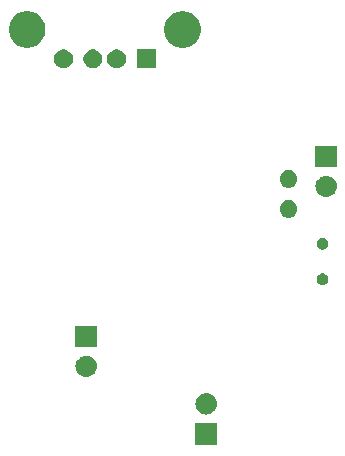
<source format=gbr>
G04 #@! TF.GenerationSoftware,KiCad,Pcbnew,5.0.2-bee76a0~70~ubuntu18.04.1*
G04 #@! TF.CreationDate,2019-03-03T11:08:54+02:00*
G04 #@! TF.ProjectId,1Cell_LiPO_BOOST_converter,3143656c-6c5f-44c6-9950-4f5f424f4f53,B*
G04 #@! TF.SameCoordinates,Original*
G04 #@! TF.FileFunction,Soldermask,Bot*
G04 #@! TF.FilePolarity,Negative*
%FSLAX46Y46*%
G04 Gerber Fmt 4.6, Leading zero omitted, Abs format (unit mm)*
G04 Created by KiCad (PCBNEW 5.0.2-bee76a0~70~ubuntu18.04.1) date 2019 m. kovo 03 d. 11:08:54*
%MOMM*%
%LPD*%
G01*
G04 APERTURE LIST*
%ADD10C,0.100000*%
G04 APERTURE END LIST*
D10*
G36*
X156476000Y-120281000D02*
X154674000Y-120281000D01*
X154674000Y-118479000D01*
X156476000Y-118479000D01*
X156476000Y-120281000D01*
X156476000Y-120281000D01*
G37*
G36*
X155685442Y-115945518D02*
X155751627Y-115952037D01*
X155864853Y-115986384D01*
X155921467Y-116003557D01*
X156060087Y-116077652D01*
X156077991Y-116087222D01*
X156113729Y-116116552D01*
X156215186Y-116199814D01*
X156298448Y-116301271D01*
X156327778Y-116337009D01*
X156327779Y-116337011D01*
X156411443Y-116493533D01*
X156411443Y-116493534D01*
X156462963Y-116663373D01*
X156480359Y-116840000D01*
X156462963Y-117016627D01*
X156428616Y-117129853D01*
X156411443Y-117186467D01*
X156337348Y-117325087D01*
X156327778Y-117342991D01*
X156298448Y-117378729D01*
X156215186Y-117480186D01*
X156113729Y-117563448D01*
X156077991Y-117592778D01*
X156077989Y-117592779D01*
X155921467Y-117676443D01*
X155864853Y-117693616D01*
X155751627Y-117727963D01*
X155685442Y-117734482D01*
X155619260Y-117741000D01*
X155530740Y-117741000D01*
X155464558Y-117734482D01*
X155398373Y-117727963D01*
X155285147Y-117693616D01*
X155228533Y-117676443D01*
X155072011Y-117592779D01*
X155072009Y-117592778D01*
X155036271Y-117563448D01*
X154934814Y-117480186D01*
X154851552Y-117378729D01*
X154822222Y-117342991D01*
X154812652Y-117325087D01*
X154738557Y-117186467D01*
X154721384Y-117129853D01*
X154687037Y-117016627D01*
X154669641Y-116840000D01*
X154687037Y-116663373D01*
X154738557Y-116493534D01*
X154738557Y-116493533D01*
X154822221Y-116337011D01*
X154822222Y-116337009D01*
X154851552Y-116301271D01*
X154934814Y-116199814D01*
X155036271Y-116116552D01*
X155072009Y-116087222D01*
X155089913Y-116077652D01*
X155228533Y-116003557D01*
X155285147Y-115986384D01*
X155398373Y-115952037D01*
X155464558Y-115945518D01*
X155530740Y-115939000D01*
X155619260Y-115939000D01*
X155685442Y-115945518D01*
X155685442Y-115945518D01*
G37*
G36*
X145525442Y-112770518D02*
X145591627Y-112777037D01*
X145704853Y-112811384D01*
X145761467Y-112828557D01*
X145900087Y-112902652D01*
X145917991Y-112912222D01*
X145953729Y-112941552D01*
X146055186Y-113024814D01*
X146138448Y-113126271D01*
X146167778Y-113162009D01*
X146167779Y-113162011D01*
X146251443Y-113318533D01*
X146251443Y-113318534D01*
X146302963Y-113488373D01*
X146320359Y-113665000D01*
X146302963Y-113841627D01*
X146268616Y-113954853D01*
X146251443Y-114011467D01*
X146177348Y-114150087D01*
X146167778Y-114167991D01*
X146138448Y-114203729D01*
X146055186Y-114305186D01*
X145953729Y-114388448D01*
X145917991Y-114417778D01*
X145917989Y-114417779D01*
X145761467Y-114501443D01*
X145704853Y-114518616D01*
X145591627Y-114552963D01*
X145525442Y-114559482D01*
X145459260Y-114566000D01*
X145370740Y-114566000D01*
X145304558Y-114559482D01*
X145238373Y-114552963D01*
X145125147Y-114518616D01*
X145068533Y-114501443D01*
X144912011Y-114417779D01*
X144912009Y-114417778D01*
X144876271Y-114388448D01*
X144774814Y-114305186D01*
X144691552Y-114203729D01*
X144662222Y-114167991D01*
X144652652Y-114150087D01*
X144578557Y-114011467D01*
X144561384Y-113954853D01*
X144527037Y-113841627D01*
X144509641Y-113665000D01*
X144527037Y-113488373D01*
X144578557Y-113318534D01*
X144578557Y-113318533D01*
X144662221Y-113162011D01*
X144662222Y-113162009D01*
X144691552Y-113126271D01*
X144774814Y-113024814D01*
X144876271Y-112941552D01*
X144912009Y-112912222D01*
X144929913Y-112902652D01*
X145068533Y-112828557D01*
X145125147Y-112811384D01*
X145238373Y-112777037D01*
X145304558Y-112770518D01*
X145370740Y-112764000D01*
X145459260Y-112764000D01*
X145525442Y-112770518D01*
X145525442Y-112770518D01*
G37*
G36*
X146316000Y-112026000D02*
X144514000Y-112026000D01*
X144514000Y-110224000D01*
X146316000Y-110224000D01*
X146316000Y-112026000D01*
X146316000Y-112026000D01*
G37*
G36*
X165576136Y-105793253D02*
X165667312Y-105831019D01*
X165749372Y-105885850D01*
X165819150Y-105955628D01*
X165873981Y-106037688D01*
X165911747Y-106128864D01*
X165931000Y-106225656D01*
X165931000Y-106324344D01*
X165911747Y-106421136D01*
X165873981Y-106512312D01*
X165819150Y-106594372D01*
X165749372Y-106664150D01*
X165667312Y-106718981D01*
X165576136Y-106756747D01*
X165479344Y-106776000D01*
X165380656Y-106776000D01*
X165283864Y-106756747D01*
X165192688Y-106718981D01*
X165110628Y-106664150D01*
X165040850Y-106594372D01*
X164986019Y-106512312D01*
X164948253Y-106421136D01*
X164929000Y-106324344D01*
X164929000Y-106225656D01*
X164948253Y-106128864D01*
X164986019Y-106037688D01*
X165040850Y-105955628D01*
X165110628Y-105885850D01*
X165192688Y-105831019D01*
X165283864Y-105793253D01*
X165380656Y-105774000D01*
X165479344Y-105774000D01*
X165576136Y-105793253D01*
X165576136Y-105793253D01*
G37*
G36*
X165576136Y-102793253D02*
X165667312Y-102831019D01*
X165749372Y-102885850D01*
X165819150Y-102955628D01*
X165873981Y-103037688D01*
X165911747Y-103128864D01*
X165931000Y-103225656D01*
X165931000Y-103324344D01*
X165911747Y-103421136D01*
X165873981Y-103512312D01*
X165819150Y-103594372D01*
X165749372Y-103664150D01*
X165667312Y-103718981D01*
X165576136Y-103756747D01*
X165479344Y-103776000D01*
X165380656Y-103776000D01*
X165283864Y-103756747D01*
X165192688Y-103718981D01*
X165110628Y-103664150D01*
X165040850Y-103594372D01*
X164986019Y-103512312D01*
X164948253Y-103421136D01*
X164929000Y-103324344D01*
X164929000Y-103225656D01*
X164948253Y-103128864D01*
X164986019Y-103037688D01*
X165040850Y-102955628D01*
X165110628Y-102885850D01*
X165192688Y-102831019D01*
X165283864Y-102793253D01*
X165380656Y-102774000D01*
X165479344Y-102774000D01*
X165576136Y-102793253D01*
X165576136Y-102793253D01*
G37*
G36*
X162692004Y-99590544D02*
X162779059Y-99607860D01*
X162915732Y-99664472D01*
X162915733Y-99664473D01*
X163038738Y-99746662D01*
X163143338Y-99851262D01*
X163143340Y-99851265D01*
X163225528Y-99974268D01*
X163282140Y-100110941D01*
X163311000Y-100256033D01*
X163311000Y-100403967D01*
X163282140Y-100549059D01*
X163225528Y-100685732D01*
X163225527Y-100685733D01*
X163143338Y-100808738D01*
X163038738Y-100913338D01*
X163038735Y-100913340D01*
X162915732Y-100995528D01*
X162779059Y-101052140D01*
X162692004Y-101069456D01*
X162633969Y-101081000D01*
X162486031Y-101081000D01*
X162427996Y-101069456D01*
X162340941Y-101052140D01*
X162204268Y-100995528D01*
X162081265Y-100913340D01*
X162081262Y-100913338D01*
X161976662Y-100808738D01*
X161894473Y-100685733D01*
X161894472Y-100685732D01*
X161837860Y-100549059D01*
X161809000Y-100403967D01*
X161809000Y-100256033D01*
X161837860Y-100110941D01*
X161894472Y-99974268D01*
X161976660Y-99851265D01*
X161976662Y-99851262D01*
X162081262Y-99746662D01*
X162204267Y-99664473D01*
X162204268Y-99664472D01*
X162340941Y-99607860D01*
X162427996Y-99590544D01*
X162486031Y-99579000D01*
X162633969Y-99579000D01*
X162692004Y-99590544D01*
X162692004Y-99590544D01*
G37*
G36*
X165845442Y-97530518D02*
X165911627Y-97537037D01*
X166023394Y-97570941D01*
X166081467Y-97588557D01*
X166220087Y-97662652D01*
X166237991Y-97672222D01*
X166273729Y-97701552D01*
X166375186Y-97784814D01*
X166458448Y-97886271D01*
X166487778Y-97922009D01*
X166487779Y-97922011D01*
X166571443Y-98078533D01*
X166571443Y-98078534D01*
X166622963Y-98248373D01*
X166640359Y-98425000D01*
X166622963Y-98601627D01*
X166588616Y-98714853D01*
X166571443Y-98771467D01*
X166497348Y-98910087D01*
X166487778Y-98927991D01*
X166458448Y-98963729D01*
X166375186Y-99065186D01*
X166273729Y-99148448D01*
X166237991Y-99177778D01*
X166237989Y-99177779D01*
X166081467Y-99261443D01*
X166024853Y-99278616D01*
X165911627Y-99312963D01*
X165845442Y-99319482D01*
X165779260Y-99326000D01*
X165690740Y-99326000D01*
X165624557Y-99319481D01*
X165558373Y-99312963D01*
X165445147Y-99278616D01*
X165388533Y-99261443D01*
X165232011Y-99177779D01*
X165232009Y-99177778D01*
X165196271Y-99148448D01*
X165094814Y-99065186D01*
X165011552Y-98963729D01*
X164982222Y-98927991D01*
X164972652Y-98910087D01*
X164898557Y-98771467D01*
X164881384Y-98714853D01*
X164847037Y-98601627D01*
X164829641Y-98425000D01*
X164847037Y-98248373D01*
X164898557Y-98078534D01*
X164898557Y-98078533D01*
X164982221Y-97922011D01*
X164982222Y-97922009D01*
X165011552Y-97886271D01*
X165094814Y-97784814D01*
X165196271Y-97701552D01*
X165232009Y-97672222D01*
X165249913Y-97662652D01*
X165388533Y-97588557D01*
X165446606Y-97570941D01*
X165558373Y-97537037D01*
X165624558Y-97530518D01*
X165690740Y-97524000D01*
X165779260Y-97524000D01*
X165845442Y-97530518D01*
X165845442Y-97530518D01*
G37*
G36*
X162692004Y-97050544D02*
X162779059Y-97067860D01*
X162915732Y-97124472D01*
X162915733Y-97124473D01*
X163038738Y-97206662D01*
X163143338Y-97311262D01*
X163143340Y-97311265D01*
X163225528Y-97434268D01*
X163282140Y-97570941D01*
X163299456Y-97657996D01*
X163302286Y-97672221D01*
X163311000Y-97716033D01*
X163311000Y-97863967D01*
X163282140Y-98009059D01*
X163225528Y-98145732D01*
X163225527Y-98145733D01*
X163143338Y-98268738D01*
X163038738Y-98373338D01*
X163038735Y-98373340D01*
X162915732Y-98455528D01*
X162779059Y-98512140D01*
X162692004Y-98529456D01*
X162633969Y-98541000D01*
X162486031Y-98541000D01*
X162427996Y-98529456D01*
X162340941Y-98512140D01*
X162204268Y-98455528D01*
X162081265Y-98373340D01*
X162081262Y-98373338D01*
X161976662Y-98268738D01*
X161894473Y-98145733D01*
X161894472Y-98145732D01*
X161837860Y-98009059D01*
X161809000Y-97863967D01*
X161809000Y-97716033D01*
X161817715Y-97672221D01*
X161820544Y-97657996D01*
X161837860Y-97570941D01*
X161894472Y-97434268D01*
X161976660Y-97311265D01*
X161976662Y-97311262D01*
X162081262Y-97206662D01*
X162204267Y-97124473D01*
X162204268Y-97124472D01*
X162340941Y-97067860D01*
X162427996Y-97050544D01*
X162486031Y-97039000D01*
X162633969Y-97039000D01*
X162692004Y-97050544D01*
X162692004Y-97050544D01*
G37*
G36*
X166636000Y-96786000D02*
X164834000Y-96786000D01*
X164834000Y-94984000D01*
X166636000Y-94984000D01*
X166636000Y-96786000D01*
X166636000Y-96786000D01*
G37*
G36*
X151296000Y-88431000D02*
X149694000Y-88431000D01*
X149694000Y-86829000D01*
X151296000Y-86829000D01*
X151296000Y-88431000D01*
X151296000Y-88431000D01*
G37*
G36*
X148228643Y-86859781D02*
X148374415Y-86920162D01*
X148505611Y-87007824D01*
X148617176Y-87119389D01*
X148704838Y-87250585D01*
X148765219Y-87396357D01*
X148796000Y-87551107D01*
X148796000Y-87708893D01*
X148765219Y-87863643D01*
X148704838Y-88009415D01*
X148617176Y-88140611D01*
X148505611Y-88252176D01*
X148374415Y-88339838D01*
X148228643Y-88400219D01*
X148073893Y-88431000D01*
X147916107Y-88431000D01*
X147761357Y-88400219D01*
X147615585Y-88339838D01*
X147484389Y-88252176D01*
X147372824Y-88140611D01*
X147285162Y-88009415D01*
X147224781Y-87863643D01*
X147194000Y-87708893D01*
X147194000Y-87551107D01*
X147224781Y-87396357D01*
X147285162Y-87250585D01*
X147372824Y-87119389D01*
X147484389Y-87007824D01*
X147615585Y-86920162D01*
X147761357Y-86859781D01*
X147916107Y-86829000D01*
X148073893Y-86829000D01*
X148228643Y-86859781D01*
X148228643Y-86859781D01*
G37*
G36*
X143728643Y-86859781D02*
X143874415Y-86920162D01*
X144005611Y-87007824D01*
X144117176Y-87119389D01*
X144204838Y-87250585D01*
X144265219Y-87396357D01*
X144296000Y-87551107D01*
X144296000Y-87708893D01*
X144265219Y-87863643D01*
X144204838Y-88009415D01*
X144117176Y-88140611D01*
X144005611Y-88252176D01*
X143874415Y-88339838D01*
X143728643Y-88400219D01*
X143573893Y-88431000D01*
X143416107Y-88431000D01*
X143261357Y-88400219D01*
X143115585Y-88339838D01*
X142984389Y-88252176D01*
X142872824Y-88140611D01*
X142785162Y-88009415D01*
X142724781Y-87863643D01*
X142694000Y-87708893D01*
X142694000Y-87551107D01*
X142724781Y-87396357D01*
X142785162Y-87250585D01*
X142872824Y-87119389D01*
X142984389Y-87007824D01*
X143115585Y-86920162D01*
X143261357Y-86859781D01*
X143416107Y-86829000D01*
X143573893Y-86829000D01*
X143728643Y-86859781D01*
X143728643Y-86859781D01*
G37*
G36*
X146228643Y-86859781D02*
X146374415Y-86920162D01*
X146505611Y-87007824D01*
X146617176Y-87119389D01*
X146704838Y-87250585D01*
X146765219Y-87396357D01*
X146796000Y-87551107D01*
X146796000Y-87708893D01*
X146765219Y-87863643D01*
X146704838Y-88009415D01*
X146617176Y-88140611D01*
X146505611Y-88252176D01*
X146374415Y-88339838D01*
X146228643Y-88400219D01*
X146073893Y-88431000D01*
X145916107Y-88431000D01*
X145761357Y-88400219D01*
X145615585Y-88339838D01*
X145484389Y-88252176D01*
X145372824Y-88140611D01*
X145285162Y-88009415D01*
X145224781Y-87863643D01*
X145194000Y-87708893D01*
X145194000Y-87551107D01*
X145224781Y-87396357D01*
X145285162Y-87250585D01*
X145372824Y-87119389D01*
X145484389Y-87007824D01*
X145615585Y-86920162D01*
X145761357Y-86859781D01*
X145916107Y-86829000D01*
X146073893Y-86829000D01*
X146228643Y-86859781D01*
X146228643Y-86859781D01*
G37*
G36*
X140777527Y-83618736D02*
X140877410Y-83638604D01*
X141159674Y-83755521D01*
X141413705Y-83925259D01*
X141629741Y-84141295D01*
X141799479Y-84395326D01*
X141916396Y-84677590D01*
X141976000Y-84977240D01*
X141976000Y-85282760D01*
X141916396Y-85582410D01*
X141799479Y-85864674D01*
X141629741Y-86118705D01*
X141413705Y-86334741D01*
X141159674Y-86504479D01*
X140877410Y-86621396D01*
X140777527Y-86641264D01*
X140577762Y-86681000D01*
X140272238Y-86681000D01*
X140072473Y-86641264D01*
X139972590Y-86621396D01*
X139690326Y-86504479D01*
X139436295Y-86334741D01*
X139220259Y-86118705D01*
X139050521Y-85864674D01*
X138933604Y-85582410D01*
X138874000Y-85282760D01*
X138874000Y-84977240D01*
X138933604Y-84677590D01*
X139050521Y-84395326D01*
X139220259Y-84141295D01*
X139436295Y-83925259D01*
X139690326Y-83755521D01*
X139972590Y-83638604D01*
X140072473Y-83618736D01*
X140272238Y-83579000D01*
X140577762Y-83579000D01*
X140777527Y-83618736D01*
X140777527Y-83618736D01*
G37*
G36*
X153917527Y-83618736D02*
X154017410Y-83638604D01*
X154299674Y-83755521D01*
X154553705Y-83925259D01*
X154769741Y-84141295D01*
X154939479Y-84395326D01*
X155056396Y-84677590D01*
X155116000Y-84977240D01*
X155116000Y-85282760D01*
X155056396Y-85582410D01*
X154939479Y-85864674D01*
X154769741Y-86118705D01*
X154553705Y-86334741D01*
X154299674Y-86504479D01*
X154017410Y-86621396D01*
X153917527Y-86641264D01*
X153717762Y-86681000D01*
X153412238Y-86681000D01*
X153212473Y-86641264D01*
X153112590Y-86621396D01*
X152830326Y-86504479D01*
X152576295Y-86334741D01*
X152360259Y-86118705D01*
X152190521Y-85864674D01*
X152073604Y-85582410D01*
X152014000Y-85282760D01*
X152014000Y-84977240D01*
X152073604Y-84677590D01*
X152190521Y-84395326D01*
X152360259Y-84141295D01*
X152576295Y-83925259D01*
X152830326Y-83755521D01*
X153112590Y-83638604D01*
X153212473Y-83618736D01*
X153412238Y-83579000D01*
X153717762Y-83579000D01*
X153917527Y-83618736D01*
X153917527Y-83618736D01*
G37*
M02*

</source>
